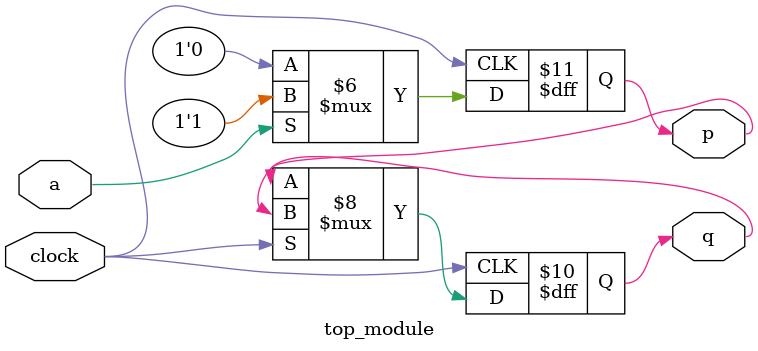
<source format=sv>
module top_module (
	input clock,
	input a, 
	output reg p,
	output reg q
);

	always @(posedge clock) begin
		if (a == 1) begin
			p <= 1;
		end else begin
			p <= 0;
		end
	end

	always @(posedge clock or negedge clock) begin
		if (!clock) begin
			q <= p;
		end
	end

endmodule

</source>
